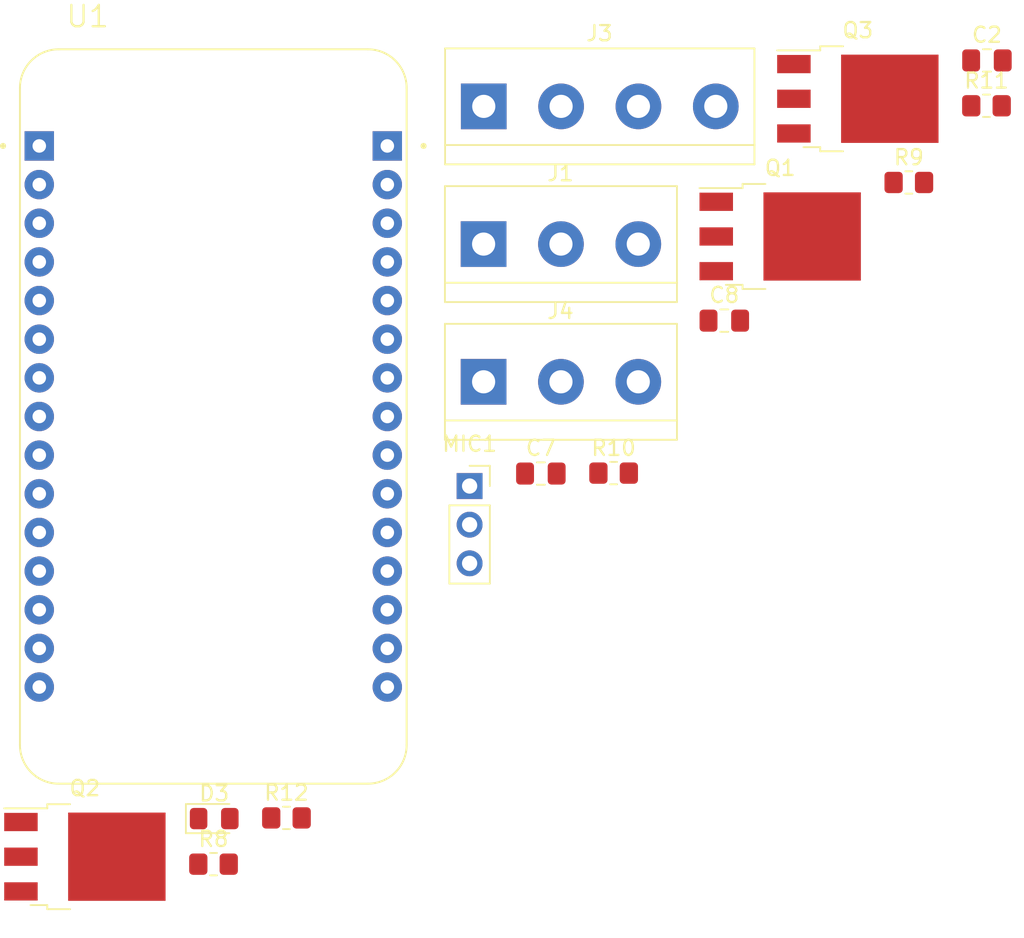
<source format=kicad_pcb>
(kicad_pcb (version 20211014) (generator pcbnew)
  (layers (0 "F.Cu" signal) (31 "B.Cu" signal) (34 "B.Paste" user) (35 "F.Paste" user) (36 "B.SilkS" user "B.Silkscreen") (37 "F.SilkS" user "F.Silkscreen") (38 "B.Mask" user) (39 "F.Mask" user) (44 "Edge.Cuts" user))
  (net 0 "")
  (net 2 "GND")
  (net 3 "+12V")
  (net 4 "+5V")
  (net 5 "+3V3")
  (net 8 "Net-(D3-Pad1)")
  (net 12 "MICRO")
  (net 13 "R_LED")
  (net 15 "RED")
  (net 16 "G_LED")
  (net 18 "GREEN")
  (net 19 "B_LED")
  (net 21 "BLUE")
  (net 22 "GPIO2")
  (net 37 "Net-(J4-Pad1)")
  (footprint "Resistor_SMD:R_0805_2012Metric_Pad1.20x1.40mm_HandSolder" (layer "F.Cu") (at 140.4 128.52)
    (fp_text reference "R8" (at 0 -1.65) (layer "F.SilkS"))
    (fp_text value "1K")
    (fp_line (start -0.227064 -0.735) (end 0.227064 -0.735) (layer "F.SilkS") (width 0.12))
    (fp_line (start -0.227064 0.735) (end 0.227064 0.735) (layer "F.SilkS") (width 0.12))
    (pad "1" smd roundrect (at -1 0) (size 1.2 1.4) (layers "F.Cu" "F.Paste" "F.Mask") (roundrect_rratio 0.208333) (net 8 "Net-(D3-Pad1)"))
    (pad "2" smd roundrect (at 1 0) (size 1.2 1.4) (layers "F.Cu" "F.Paste" "F.Mask") (roundrect_rratio 0.208333) (net 2 "GND"))
  )
  (footprint "Capacitor_SMD:C_0805_2012Metric_Pad1.18x1.45mm_HandSolder" (layer "F.Cu") (at 161.9 102.85)
    (fp_text reference "C7" (at 0 -1.68) (layer "F.SilkS"))
    (fp_text value "100nF")
    (fp_line (start -0.261252 0.735) (end 0.261252 0.735) (layer "F.SilkS") (width 0.12))
    (fp_line (start -0.261252 -0.735) (end 0.261252 -0.735) (layer "F.SilkS") (width 0.12))
    (pad "1" smd roundrect (at -1.0375 0) (size 1.175 1.45) (layers "F.Cu" "F.Paste" "F.Mask") (roundrect_rratio 0.212766) (net 4 "+5V"))
    (pad "2" smd roundrect (at 1.0375 0) (size 1.175 1.45) (layers "F.Cu" "F.Paste" "F.Mask") (roundrect_rratio 0.212766) (net 2 "GND"))
  )
  (footprint "Resistor_SMD:R_0805_2012Metric_Pad1.20x1.40mm_HandSolder" (layer "F.Cu") (at 166.68 102.82)
    (fp_text reference "R10" (at 0 -1.65) (layer "F.SilkS"))
    (fp_text value "10K")
    (fp_line (start -0.227064 0.735) (end 0.227064 0.735) (layer "F.SilkS") (width 0.12))
    (fp_line (start -0.227064 -0.735) (end 0.227064 -0.735) (layer "F.SilkS") (width 0.12))
    (pad "1" smd roundrect (at -1 0) (size 1.2 1.4) (layers "F.Cu" "F.Paste" "F.Mask") (roundrect_rratio 0.208333) (net 16 "G_LED"))
    (pad "2" smd roundrect (at 1 0) (size 1.2 1.4) (layers "F.Cu" "F.Paste" "F.Mask") (roundrect_rratio 0.208333) (net 2 "GND"))
  )
  (footprint "Resistor_SMD:R_0805_2012Metric_Pad1.20x1.40mm_HandSolder" (layer "F.Cu") (at 186.07 83.72)
    (fp_text reference "R9" (at 0 -1.65) (layer "F.SilkS"))
    (fp_text value "10K")
    (fp_line (start -0.227064 0.735) (end 0.227064 0.735) (layer "F.SilkS") (width 0.12))
    (fp_line (start -0.227064 -0.735) (end 0.227064 -0.735) (layer "F.SilkS") (width 0.12))
    (pad "1" smd roundrect (at -1 0) (size 1.2 1.4) (layers "F.Cu" "F.Paste" "F.Mask") (roundrect_rratio 0.208333) (net 13 "R_LED"))
    (pad "2" smd roundrect (at 1 0) (size 1.2 1.4) (layers "F.Cu" "F.Paste" "F.Mask") (roundrect_rratio 0.208333) (net 2 "GND"))
  )
  (footprint "LED_SMD:LED_0805_2012Metric_Pad1.15x1.40mm_HandSolder" (layer "F.Cu") (at 140.445 125.525)
    (fp_text reference "D3" (at 0 -1.65) (layer "F.SilkS"))
    (fp_text value "LED")
    (fp_line (start -1.86 0.96) (end 1 0.96) (layer "F.SilkS") (width 0.12))
    (fp_line (start 1 -0.96) (end -1.86 -0.96) (layer "F.SilkS") (width 0.12))
    (fp_line (start -1.86 -0.96) (end -1.86 0.96) (layer "F.SilkS") (width 0.12))
    (pad "1" smd roundrect (at -1.025 0) (size 1.15 1.4) (layers "F.Cu" "F.Paste" "F.Mask") (roundrect_rratio 0.217391) (net 8 "Net-(D3-Pad1)"))
    (pad "2" smd roundrect (at 1.025 0) (size 1.15 1.4) (layers "F.Cu" "F.Paste" "F.Mask") (roundrect_rratio 0.217391) (net 3 "+12V"))
  )
  (footprint "TerminalBlock:TerminalBlock_bornier-3_P5.08mm" (layer "F.Cu") (at 158.14 87.77)
    (fp_text reference "J1" (at 5.05 -4.65) (layer "F.SilkS"))
    (fp_text value "PWR")
    (fp_line (start -2.54 3.81) (end 12.7 3.81) (layer "F.SilkS") (width 0.12))
    (fp_line (start -2.54 2.54) (end 12.7 2.54) (layer "F.SilkS") (width 0.12))
    (fp_line (start 12.7 3.81) (end 12.7 -3.81) (layer "F.SilkS") (width 0.12))
    (fp_line (start -2.54 -3.81) (end 12.7 -3.81) (layer "F.SilkS") (width 0.12))
    (fp_line (start -2.54 3.81) (end -2.54 -3.81) (layer "F.SilkS") (width 0.12))
    (pad "1" thru_hole rect (at 0 0) (size 3 3) (drill 1.52) (layers *.Cu *.Mask) (net 2 "GND"))
    (pad "2" thru_hole circle (at 5.08 0) (size 3 3) (drill 1.52) (layers *.Cu *.Mask) (net 4 "+5V"))
    (pad "3" thru_hole circle (at 10.16 0) (size 3 3) (drill 1.52) (layers *.Cu *.Mask) (net 3 "+12V"))
  )
  (footprint "Package_TO_SOT_SMD:TO-252-3_TabPin4" (layer "F.Cu") (at 131.95 128.03)
    (fp_text reference "Q2" (at 0 -4.5) (layer "F.SilkS"))
    (fp_text value "IRF3708")
    (fp_line (start -2.47 3.45) (end -2.47 3.18) (layer "F.SilkS") (width 0.12))
    (fp_line (start -2.47 3.18) (end -3.57 3.18) (layer "F.SilkS") (width 0.12))
    (fp_line (start -2.47 -3.45) (end -2.47 -3.18) (layer "F.SilkS") (width 0.12))
    (fp_line (start -0.97 3.45) (end -2.47 3.45) (layer "F.SilkS") (width 0.12))
    (fp_line (start -0.97 -3.45) (end -2.47 -3.45) (layer "F.SilkS") (width 0.12))
    (fp_line (start -2.47 -3.18) (end -5.3 -3.18) (layer "F.SilkS") (width 0.12))
    (pad "1" smd rect (at -4.2 -2.28) (size 2.2 1.2) (layers "F.Cu" "F.Paste" "F.Mask") (net 16 "G_LED"))
    (pad "2" smd rect (at -4.2 0) (size 2.2 1.2) (layers "F.Cu" "F.Paste" "F.Mask"))
    (pad "3" smd rect (at -4.2 2.28) (size 2.2 1.2) (layers "F.Cu" "F.Paste" "F.Mask") (net 2 "GND"))
    (pad "4" smd rect (at 2.1 0) (size 6.4 5.8) (layers "F.Cu" "F.Mask") (net 18 "GREEN"))
  )
  (footprint "Resistor_SMD:R_0805_2012Metric_Pad1.20x1.40mm_HandSolder" (layer "F.Cu") (at 145.19 125.48)
    (fp_text reference "R12" (at 0 -1.65) (layer "F.SilkS"))
    (fp_text value "220")
    (fp_line (start -0.227064 0.735) (end 0.227064 0.735) (layer "F.SilkS") (width 0.12))
    (fp_line (start -0.227064 -0.735) (end 0.227064 -0.735) (layer "F.SilkS") (width 0.12))
    (pad "1" smd roundrect (at -1 0) (size 1.2 1.4) (layers "F.Cu" "F.Paste" "F.Mask") (roundrect_rratio 0.208333) (net 37 "Net-(J4-Pad1)"))
    (pad "2" smd roundrect (at 1 0) (size 1.2 1.4) (layers "F.Cu" "F.Paste" "F.Mask") (roundrect_rratio 0.208333) (net 22 "GPIO2"))
  )
  (footprint "TerminalBlock:TerminalBlock_bornier-3_P5.08mm" (layer "F.Cu") (at 158.14 96.82)
    (fp_text reference "J4" (at 5.05 -4.65) (layer "F.SilkS"))
    (fp_text value "LED_STRIPT")
    (fp_line (start -2.54 3.81) (end 12.7 3.81) (layer "F.SilkS") (width 0.12))
    (fp_line (start -2.54 3.81) (end -2.54 -3.81) (layer "F.SilkS") (width 0.12))
    (fp_line (start 12.7 3.81) (end 12.7 -3.81) (layer "F.SilkS") (width 0.12))
    (fp_line (start -2.54 2.54) (end 12.7 2.54) (layer "F.SilkS") (width 0.12))
    (fp_line (start -2.54 -3.81) (end 12.7 -3.81) (layer "F.SilkS") (width 0.12))
    (pad "1" thru_hole rect (at 0 0) (size 3 3) (drill 1.52) (layers *.Cu *.Mask) (net 37 "Net-(J4-Pad1)"))
    (pad "2" thru_hole circle (at 5.08 0) (size 3 3) (drill 1.52) (layers *.Cu *.Mask) (net 4 "+5V"))
    (pad "3" thru_hole circle (at 10.16 0) (size 3 3) (drill 1.52) (layers *.Cu *.Mask) (net 2 "GND"))
  )
  (footprint "Connector_PinSocket_2.54mm:PinSocket_1x03_P2.54mm_Vertical" (layer "F.Cu") (at 157.22 103.67)
    (fp_text reference "MIC1" (at 0 -2.77) (layer "F.SilkS"))
    (fp_text value "Conn_01x03")
    (fp_line (start 1.33 1.27) (end 1.33 6.41) (layer "F.SilkS") (width 0.12))
    (fp_line (start -1.33 1.27) (end -1.33 6.41) (layer "F.SilkS") (width 0.12))
    (fp_line (start 0 -1.33) (end 1.33 -1.33) (layer "F.SilkS") (width 0.12))
    (fp_line (start -1.33 1.27) (end 1.33 1.27) (layer "F.SilkS") (width 0.12))
    (fp_line (start 1.33 -1.33) (end 1.33 0) (layer "F.SilkS") (width 0.12))
    (fp_line (start -1.33 6.41) (end 1.33 6.41) (layer "F.SilkS") (width 0.12))
    (pad "1" thru_hole rect (at 0 0) (size 1.7 1.7) (drill 1) (layers *.Cu *.Mask) (net 12 "MICRO"))
    (pad "2" thru_hole oval (at 0 2.54) (size 1.7 1.7) (drill 1) (layers *.Cu *.Mask) (net 2 "GND"))
    (pad "3" thru_hole oval (at 0 5.08) (size 1.7 1.7) (drill 1) (layers *.Cu *.Mask) (net 5 "+3V3"))
  )
  (footprint "Capacitor_SMD:C_0805_2012Metric_Pad1.18x1.45mm_HandSolder" (layer "F.Cu") (at 173.95 92.8)
    (fp_text reference "C8" (at 0 -1.68) (layer "F.SilkS"))
    (fp_text value "100nF")
    (fp_line (start -0.261252 0.735) (end 0.261252 0.735) (layer "F.SilkS") (width 0.12))
    (fp_line (start -0.261252 -0.735) (end 0.261252 -0.735) (layer "F.SilkS") (width 0.12))
    (pad "1" smd roundrect (at -1.0375 0) (size 1.175 1.45) (layers "F.Cu" "F.Paste" "F.Mask") (roundrect_rratio 0.212766) (net 5 "+3V3"))
    (pad "2" smd roundrect (at 1.0375 0) (size 1.175 1.45) (layers "F.Cu" "F.Paste" "F.Mask") (roundrect_rratio 0.212766) (net 2 "GND"))
  )
  (footprint "TerminalBlock:TerminalBlock_bornier-4_P5.08mm" (layer "F.Cu") (at 158.15 78.72)
    (fp_text reference "J3" (at 7.6 -4.8) (layer "F.SilkS"))
    (fp_text value "Screw_Terminal_01x04")
    (fp_line (start 17.78 3.81) (end 17.78 -3.81) (layer "F.SilkS") (width 0.12))
    (fp_line (start -2.54 -3.81) (end -2.54 3.81) (layer "F.SilkS") (width 0.12))
    (fp_line (start 17.78 2.54) (end -2.54 2.54) (layer "F.SilkS") (width 0.12))
    (fp_line (start -2.54 3.81) (end 17.78 3.81) (layer "F.SilkS") (width 0.12))
    (fp_line (start -2.54 -3.81) (end 17.78 -3.81) (layer "F.SilkS") (width 0.12))
    (pad "1" thru_hole rect (at 0 0) (size 3 3) (drill 1.52) (layers *.Cu *.Mask) (net 3 "+12V"))
    (pad "2" thru_hole circle (at 5.08 0) (size 3 3) (drill 1.52) (layers *.Cu *.Mask) (net 15 "RED"))
    (pad "3" thru_hole circle (at 10.16 0) (size 3 3) (drill 1.52) (layers *.Cu *.Mask) (net 18 "GREEN"))
    (pad "4" thru_hole circle (at 15.24 0) (size 3 3) (drill 1.52) (layers *.Cu *.Mask) (net 21 "BLUE"))
  )
  (footprint "Package_TO_SOT_SMD:TO-252-3_TabPin4" (layer "F.Cu") (at 182.72 78.22)
    (fp_text reference "Q3" (at 0 -4.5) (layer "F.SilkS"))
    (fp_text value "IRF3708")
    (fp_line (start -2.47 3.45) (end -2.47 3.18) (layer "F.SilkS") (width 0.12))
    (fp_line (start -0.97 -3.45) (end -2.47 -3.45) (layer "F.SilkS") (width 0.12))
    (fp_line (start -0.97 3.45) (end -2.47 3.45) (layer "F.SilkS") (width 0.12))
    (fp_line (start -2.47 -3.18) (end -5.3 -3.18) (layer "F.SilkS") (width 0.12))
    (fp_line (start -2.47 -3.45) (end -2.47 -3.18) (layer "F.SilkS") (width 0.12))
    (fp_line (start -2.47 3.18) (end -3.57 3.18) (layer "F.SilkS") (width 0.12))
    (pad "1" smd rect (at -4.2 -2.28) (size 2.2 1.2) (layers "F.Cu" "F.Paste" "F.Mask") (net 19 "B_LED"))
    (pad "2" smd rect (at -4.2 0) (size 2.2 1.2) (layers "F.Cu" "F.Paste" "F.Mask"))
    (pad "3" smd rect (at -4.2 2.28) (size 2.2 1.2) (layers "F.Cu" "F.Paste" "F.Mask") (net 2 "GND"))
    (pad "4" smd rect (at 2.1 0) (size 6.4 5.8) (layers "F.Cu" "F.Mask") (net 21 "BLUE"))
  )
  (footprint "Resistor_SMD:R_0805_2012Metric_Pad1.20x1.40mm_HandSolder" (layer "F.Cu") (at 191.17 78.68)
    (fp_text reference "R11" (at 0 -1.65) (layer "F.SilkS"))
    (fp_text value "10K")
    (fp_line (start -0.227064 0.735) (end 0.227064 0.735) (layer "F.SilkS") (width 0.12))
    (fp_line (start -0.227064 -0.735) (end 0.227064 -0.735) (layer "F.SilkS") (width 0.12))
    (pad "1" smd roundrect (at -1 0) (size 1.2 1.4) (layers "F.Cu" "F.Paste" "F.Mask") (roundrect_rratio 0.208333) (net 19 "B_LED"))
    (pad "2" smd roundrect (at 1 0) (size 1.2 1.4) (layers "F.Cu" "F.Paste" "F.Mask") (roundrect_rratio 0.208333) (net 2 "GND"))
  )
  (footprint "Module:ESP8266Nodemcu" (layer "F.Cu") (at 140.385 99.1)
    (fp_text reference "U1" (at -8.255 -26.289) (layer "F.SilkS") (effects (font (size 1.4 1.4))))
    (fp_text value "ESP8266Nodemcu")
    (fp_line (start -10.16 -24.13) (end 10.16 -24.13) (layer "F.SilkS") (width 0.127))
    (fp_line (start 12.7 -21.59) (end 12.7 21.59) (layer "F.SilkS") (width 0.127))
    (fp_line (start 10.16 24.13) (end -10.16 24.13) (layer "F.SilkS") (width 0.127))
    (fp_line (start -12.7 21.59) (end -12.7 -21.59) (layer "F.SilkS") (width 0.127))
    (fp_arc (start -10.16 24.13) (mid -11.956051 23.386051) (end -12.7 21.59) (layer "F.SilkS") (width 0.127))
    (fp_arc (start 10.16 -24.13) (mid 11.956051 -23.386051) (end 12.7 -21.59) (layer "F.SilkS") (width 0.127))
    (fp_arc (start 12.7 21.59) (mid 11.956051 23.386051) (end 10.16 24.13) (layer "F.SilkS") (width 0.127))
    (fp_arc (start -12.7 -21.59) (mid -11.956051 -23.386051) (end -10.16 -24.13) (layer "F.SilkS") (width 0.127))
    (fp_circle (center 13.81 -17.78) (end 13.91 -17.78) (layer "F.SilkS") (width 0.2) (fill none))
    (fp_circle (center -13.81 -17.78) (end -13.71 -17.78) (layer "F.SilkS") (width 0.2) (fill none))
    (pad "" np_thru_hole circle (at 10.16 -21.59) (size 3.2 3.2) (drill 3.2) (layers *.Cu *.Mask))
    (pad "" np_thru_hole circle (at -10.16 -21.59) (size 3.2 3.2) (drill 3.2) (layers *.Cu *.Mask))
    (pad "" np_thru_hole circle (at -10.16 21.59) (size 3.2 3.2) (drill 3.2) (layers *.Cu *.Mask))
    (pad "" np_thru_hole circle (at 10.16 21.59) (size 3.2 3.2) (drill 3.2) (layers *.Cu *.Mask))
    (pad "1" thru_hole circle (at -11.43 17.78) (size 1.93 1.93) (drill 0.889) (layers *.Cu *.Mask) (net 4 "+5V"))
    (pad "2" thru_hole circle (at -11.43 15.24) (size 1.93 1.93) (drill 0.889) (layers *.Cu *.Mask) (net 2 "GND"))
    (pad "3" thru_hole circle (at -11.43 12.7) (size 1.93 1.93) (drill 0.889) (layers *.Cu *.Mask))
    (pad "4" thru_hole circle (at -11.43 10.16) (size 1.93 1.93) (drill 0.889) (layers *.Cu *.Mask))
    (pad "5" thru_hole circle (at -11.43 7.62) (size 1.93 1.93) (drill 0.889) (layers *.Cu *.Mask) (net 5 "+3V3"))
    (pad "6" thru_hole circle (at -11.43 5.08) (size 1.93 1.93) (drill 0.889) (layers *.Cu *.Mask))
    (pad "7" thru_hole circle (at -11.43 2.54) (size 1.93 1.93) (drill 0.889) (layers *.Cu *.Mask))
    (pad "8" thru_hole circle (at -11.43 0) (size 1.93 1.93) (drill 0.889) (layers *.Cu *.Mask))
    (pad "9" thru_hole circle (at -11.43 -2.54) (size 1.93 1.93) (drill 0.889) (layers *.Cu *.Mask))
    (pad "10" thru_hole circle (at -11.43 -5.08) (size 1.93 1.93) (drill 0.889) (layers *.Cu *.Mask))
    (pad "11" thru_hole circle (at -11.43 -7.62) (size 1.93 1.93) (drill 0.889) (layers *.Cu *.Mask))
    (pad "12" thru_hole circle (at -11.43 -10.16) (size 1.93 1.93) (drill 0.889) (layers *.Cu *.Mask))
    (pad "13" thru_hole circle (at -11.43 -12.7) (size 1.93 1.93) (drill 0.889) (layers *.Cu *.Mask))
    (pad "14" thru_hole circle (at -11.43 -15.24) (size 1.93 1.93) (drill 0.889) (layers *.Cu *.Mask))
    (pad "15" thru_hole rect (at -11.43 -17.78) (size 1.93 1.93) (drill 0.889) (layers *.Cu *.Mask) (net 12 "MICRO"))
    (pad "16" thru_hole circle (at 11.43 17.78) (size 1.93 1.93) (drill 0.889) (layers *.Cu *.Mask))
    (pad "17" thru_hole circle (at 11.43 15.24) (size 1.93 1.93) (drill 0.889) (layers *.Cu *.Mask))
    (pad "18" thru_hole circle (at 11.43 12.7) (size 1.93 1.93) (drill 0.889) (layers *.Cu *.Mask))
    (pad "19" thru_hole circle (at 11.43 10.16) (size 1.93 1.93) (drill 0.889) (layers *.Cu *.Mask))
    (pad "20" thru_hole circle (at 11.43 7.62) (size 1.93 1.93) (drill 0.889) (layers *.Cu *.Mask))
    (pad "21" thru_hole circle (at 11.43 5.08) (size 1.93 1.93) (drill 0.889) (layers *.Cu *.Mask))
    (pad "22" thru_hole circle (at 11.43 2.54) (size 1.93 1.93) (drill 0.889) (layers *.Cu *.Mask))
    (pad "23" thru_hole circle (at 11.43 0) (size 1.93 1.93) (drill 0.889) (layers *.Cu *.Mask) (net 16 "G_LED"))
    (pad "24" thru_hole circle (at 11.43 -2.54) (size 1.93 1.93) (drill 0.889) (layers *.Cu *.Mask))
    (pad "25" thru_hole circle (at 11.43 -5.08) (size 1.93 1.93) (drill 0.889) (layers *.Cu *.Mask))
    (pad "26" thru_hole circle (at 11.43 -7.62) (size 1.93 1.93) (drill 0.889) (layers *.Cu *.Mask) (net 22 "GPIO2"))
    (pad "27" thru_hole circle (at 11.43 -10.16) (size 1.93 1.93) (drill 0.889) (layers *.Cu *.Mask))
    (pad "28" thru_hole circle (at 11.43 -12.7) (size 1.93 1.93) (drill 0.889) (layers *.Cu *.Mask) (net 13 "R_LED"))
    (pad "29" thru_hole circle (at 11.43 -15.24) (size 1.93 1.93) (drill 0.889) (layers *.Cu *.Mask) (net 19 "B_LED"))
    (pad "30" thru_hole rect (at 11.43 -17.78) (size 1.93 1.93) (drill 0.889) (layers *.Cu *.Mask))
  )
  (footprint "Package_TO_SOT_SMD:TO-252-3_TabPin4" (layer "F.Cu") (at 177.62 87.27)
    (fp_text reference "Q1" (at 0 -4.5) (layer "F.SilkS"))
    (fp_text value "IRF3708")
    (fp_line (start -0.97 3.45) (end -2.47 3.45) (layer "F.SilkS") (width 0.12))
    (fp_line (start -2.47 -3.18) (end -5.3 -3.18) (layer "F.SilkS") (width 0.12))
    (fp_line (start -2.47 3.45) (end -2.47 3.18) (layer "F.SilkS") (width 0.12))
    (fp_line (start -2.47 3.18) (end -3.57 3.18) (layer "F.SilkS") (width 0.12))
    (fp_line (start -0.97 -3.45) (end -2.47 -3.45) (layer "F.SilkS") (width 0.12))
    (fp_line (start -2.47 -3.45) (end -2.47 -3.18) (layer "F.SilkS") (width 0.12))
    (pad "1" smd rect (at -4.2 -2.28) (size 2.2 1.2) (layers "F.Cu" "F.Paste" "F.Mask") (net 13 "R_LED"))
    (pad "2" smd rect (at -4.2 0) (size 2.2 1.2) (layers "F.Cu" "F.Paste" "F.Mask"))
    (pad "3" smd rect (at -4.2 2.28) (size 2.2 1.2) (layers "F.Cu" "F.Paste" "F.Mask") (net 2 "GND"))
    (pad "4" smd rect (at 2.1 0) (size 6.4 5.8) (layers "F.Cu" "F.Mask") (net 15 "RED"))
  )
  (footprint "Capacitor_SMD:C_0805_2012Metric_Pad1.18x1.45mm_HandSolder" (layer "F.Cu") (at 191.2 75.7)
    (fp_text reference "C2" (at 0 -1.68) (layer "F.SilkS"))
    (fp_text value "100nF")
    (fp_line (start -0.261252 -0.735) (end 0.261252 -0.735) (layer "F.SilkS") (width 0.12))
    (fp_line (start -0.261252 0.735) (end 0.261252 0.735) (layer "F.SilkS") (width 0.12))
    (pad "1" smd roundrect (at -1.0375 0) (size 1.175 1.45) (layers "F.Cu" "F.Paste" "F.Mask") (roundrect_rratio 0.212766) (net 3 "+12V"))
    (pad "2" smd roundrect (at 1.0375 0) (size 1.175 1.45) (layers "F.Cu" "F.Paste" "F.Mask") (roundrect_rratio 0.212766) (net 2 "GND"))
  )
)
</source>
